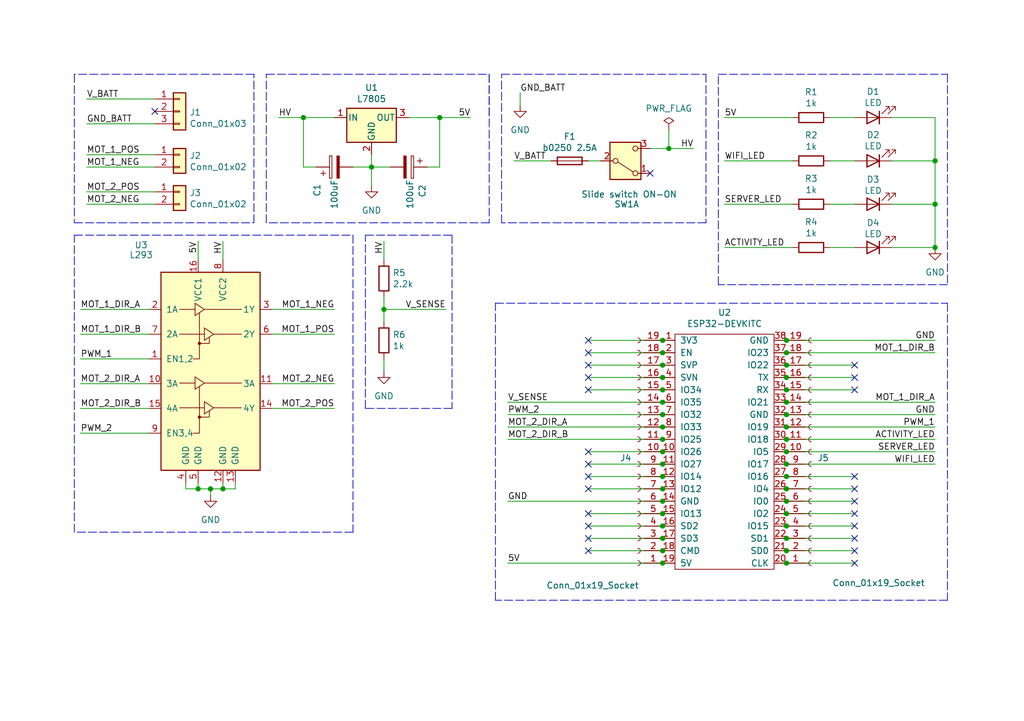
<source format=kicad_sch>
(kicad_sch (version 20250114) (generator "eeschema") (generator_version "9.0")
  (paper "A5")
  (title_block (title "Micro Invaders Driver Board") (rev "1.1.1"))
  (lib_symbols
    (symbol "Connector:Conn_01x19_Socket" (pin_names (offset 1.016) (hide yes))
      (property "Reference" "J" (at 0 25.4 0))
      (property "Value" "Conn_01x19_Socket" (at 0 -25.4 0))
      (symbol "Conn_01x19_Socket_1_1"
        (polyline (pts (xy -1.27 22.86) (xy -0.508 22.86)) (stroke (width 0.1524)))
        (polyline (pts (xy -1.27 20.32) (xy -0.508 20.32)) (stroke (width 0.1524)))
        (polyline (pts (xy -1.27 17.78) (xy -0.508 17.78)) (stroke (width 0.1524)))
        (polyline (pts (xy -1.27 15.24) (xy -0.508 15.24)) (stroke (width 0.1524)))
        (polyline (pts (xy -1.27 12.7) (xy -0.508 12.7)) (stroke (width 0.1524)))
        (polyline (pts (xy -1.27 10.16) (xy -0.508 10.16)) (stroke (width 0.1524)))
        (polyline (pts (xy -1.27 7.62) (xy -0.508 7.62)) (stroke (width 0.1524)))
        (polyline (pts (xy -1.27 5.08) (xy -0.508 5.08)) (stroke (width 0.1524)))
        (polyline (pts (xy -1.27 2.54) (xy -0.508 2.54)) (stroke (width 0.1524)))
        (polyline (pts (xy -1.27 0) (xy -0.508 0)) (stroke (width 0.1524)))
        (polyline (pts (xy -1.27 -2.54) (xy -0.508 -2.54)) (stroke (width 0.1524)))
        (polyline (pts (xy -1.27 -5.08) (xy -0.508 -5.08)) (stroke (width 0.1524)))
        (polyline (pts (xy -1.27 -7.62) (xy -0.508 -7.62)) (stroke (width 0.1524)))
        (polyline (pts (xy -1.27 -10.16) (xy -0.508 -10.16)) (stroke (width 0.1524)))
        (polyline (pts (xy -1.27 -12.7) (xy -0.508 -12.7)) (stroke (width 0.1524)))
        (polyline (pts (xy -1.27 -15.24) (xy -0.508 -15.24)) (stroke (width 0.1524)))
        (polyline (pts (xy -1.27 -17.78) (xy -0.508 -17.78)) (stroke (width 0.1524)))
        (polyline (pts (xy -1.27 -20.32) (xy -0.508 -20.32)) (stroke (width 0.1524)))
        (polyline (pts (xy -1.27 -22.86) (xy -0.508 -22.86)) (stroke (width 0.1524)))
        (arc (start 0 22.352) (mid -0.5058 22.86) (end 0 23.368) (stroke (width 0.1524)))
        (arc (start 0 19.812) (mid -0.5058 20.32) (end 0 20.828) (stroke (width 0.1524)))
        (arc (start 0 17.272) (mid -0.5058 17.78) (end 0 18.288) (stroke (width 0.1524)))
        (arc (start 0 14.732) (mid -0.5058 15.24) (end 0 15.748) (stroke (width 0.1524)))
        (arc (start 0 12.192) (mid -0.5058 12.7) (end 0 13.208) (stroke (width 0.1524)))
        (arc (start 0 9.652) (mid -0.5058 10.16) (end 0 10.668) (stroke (width 0.1524)))
        (arc (start 0 7.112) (mid -0.5058 7.62) (end 0 8.128) (stroke (width 0.1524)))
        (arc (start 0 4.572) (mid -0.5058 5.08) (end 0 5.588) (stroke (width 0.1524)))
        (arc (start 0 2.032) (mid -0.5058 2.54) (end 0 3.048) (stroke (width 0.1524)))
        (arc (start 0 -0.508) (mid -0.5058 0) (end 0 0.508) (stroke (width 0.1524)))
        (arc (start 0 -3.048) (mid -0.5058 -2.54) (end 0 -2.032) (stroke (width 0.1524)))
        (arc (start 0 -5.588) (mid -0.5058 -5.08) (end 0 -4.572) (stroke (width 0.1524)))
        (arc (start 0 -8.128) (mid -0.5058 -7.62) (end 0 -7.112) (stroke (width 0.1524)))
        (arc (start 0 -10.668) (mid -0.5058 -10.16) (end 0 -9.652) (stroke (width 0.1524)))
        (arc (start 0 -13.208) (mid -0.5058 -12.7) (end 0 -12.192) (stroke (width 0.1524)))
        (arc (start 0 -15.748) (mid -0.5058 -15.24) (end 0 -14.732) (stroke (width 0.1524)))
        (arc (start 0 -18.288) (mid -0.5058 -17.78) (end 0 -17.272) (stroke (width 0.1524)))
        (arc (start 0 -20.828) (mid -0.5058 -20.32) (end 0 -19.812) (stroke (width 0.1524)))
        (arc (start 0 -23.368) (mid -0.5058 -22.86) (end 0 -22.352) (stroke (width 0.1524)))
        (pin passive line (at -5.08 22.86 0) (length 3.81) (name "Pin_1") (number "1"))
        (pin passive line (at -5.08 20.32 0) (length 3.81) (name "Pin_2") (number "2"))
        (pin passive line (at -5.08 17.78 0) (length 3.81) (name "Pin_3") (number "3"))
        (pin passive line (at -5.08 15.24 0) (length 3.81) (name "Pin_4") (number "4"))
        (pin passive line (at -5.08 12.7 0) (length 3.81) (name "Pin_5") (number "5"))
        (pin passive line (at -5.08 10.16 0) (length 3.81) (name "Pin_6") (number "6"))
        (pin passive line (at -5.08 7.62 0) (length 3.81) (name "Pin_7") (number "7"))
        (pin passive line (at -5.08 5.08 0) (length 3.81) (name "Pin_8") (number "8"))
        (pin passive line (at -5.08 2.54 0) (length 3.81) (name "Pin_9") (number "9"))
        (pin passive line (at -5.08 0 0) (length 3.81) (name "Pin_10") (number "10"))
        (pin passive line (at -5.08 -2.54 0) (length 3.81) (name "Pin_11") (number "11"))
        (pin passive line (at -5.08 -5.08 0) (length 3.81) (name "Pin_12") (number "12"))
        (pin passive line (at -5.08 -7.62 0) (length 3.81) (name "Pin_13") (number "13"))
        (pin passive line (at -5.08 -10.16 0) (length 3.81) (name "Pin_14") (number "14"))
        (pin passive line (at -5.08 -12.7 0) (length 3.81) (name "Pin_15") (number "15"))
        (pin passive line (at -5.08 -15.24 0) (length 3.81) (name "Pin_16") (number "16"))
        (pin passive line (at -5.08 -17.78 0) (length 3.81) (name "Pin_17") (number "17"))
        (pin passive line (at -5.08 -20.32 0) (length 3.81) (name "Pin_18") (number "18"))
        (pin passive line (at -5.08 -22.86 0) (length 3.81) (name "Pin_19") (number "19"))
      )
    )
    (symbol "Connector_Generic:Conn_01x02" (pin_names (offset 1.016) (hide yes))
      (property "Reference" "J" (at 0 2.54 0))
      (property "Value" "Conn_01x02" (at 0 -5.08 0))
      (symbol "Conn_01x02_1_1"
        (rectangle (start -1.27 1.27) (end 1.27 -3.81) (stroke (width 0.254)) (fill (type background)))
        (rectangle (start -1.27 0.127) (end 0 -0.127) (stroke (width 0.1524)))
        (rectangle (start -1.27 -2.413) (end 0 -2.667) (stroke (width 0.1524)))
        (pin passive line (at -5.08 0 0) (length 3.81) (name "Pin_1") (number "1"))
        (pin passive line (at -5.08 -2.54 0) (length 3.81) (name "Pin_2") (number "2"))
      )
    )
    (symbol "Connector_Generic:Conn_01x03" (pin_names (offset 1.016) (hide yes))
      (property "Reference" "J" (at 0 5.08 0))
      (property "Value" "Conn_01x03" (at 0 -5.08 0))
      (symbol "Conn_01x03_1_1"
        (rectangle (start -1.27 3.81) (end 1.27 -3.81) (stroke (width 0.254)) (fill (type background)))
        (rectangle (start -1.27 2.667) (end 0 2.413) (stroke (width 0.1524)))
        (rectangle (start -1.27 0.127) (end 0 -0.127) (stroke (width 0.1524)))
        (rectangle (start -1.27 -2.413) (end 0 -2.667) (stroke (width 0.1524)))
        (pin passive line (at -5.08 2.54 0) (length 3.81) (name "Pin_1") (number "1"))
        (pin passive line (at -5.08 0 0) (length 3.81) (name "Pin_2") (number "2"))
        (pin passive line (at -5.08 -2.54 0) (length 3.81) (name "Pin_3") (number "3"))
      )
    )
    (symbol "Device:Fuse" (pin_numbers (hide yes)) (pin_names (offset 0))
      (property "Reference" "F" (at 2.032 0 90))
      (property "Value" "Fuse" (at -1.905 0 90))
      (symbol "Fuse_0_1"
        (rectangle (start -0.762 -2.54) (end 0.762 2.54) (stroke (width 0.254)))
        (polyline (pts (xy 0 2.54) (xy 0 -2.54)))
      )
      (symbol "Fuse_1_1"
        (pin passive line (at 0 3.81 270) (length 1.27) (name "~") (number "1"))
        (pin passive line (at 0 -3.81 90) (length 1.27) (name "~") (number "2"))
      )
    )
    (symbol "Device:LED" (pin_numbers (hide yes)) (pin_names (offset 1.016) (hide yes))
      (property "Reference" "D" (at 0 2.54 0))
      (property "Value" "LED" (at 0 -2.54 0))
      (symbol "LED_0_1"
        (polyline (pts (xy -3.048 -0.762) (xy -4.572 -2.286) (xy -3.81 -2.286) (xy -4.572 -2.286) (xy -4.572 -1.524)))
        (polyline (pts (xy -1.778 -0.762) (xy -3.302 -2.286) (xy -2.54 -2.286) (xy -3.302 -2.286) (xy -3.302 -1.524)))
        (polyline (pts (xy -1.27 0) (xy 1.27 0)))
        (polyline (pts (xy -1.27 -1.27) (xy -1.27 1.27)) (stroke (width 0.254)))
        (polyline (pts (xy 1.27 -1.27) (xy 1.27 1.27) (xy -1.27 0) (xy 1.27 -1.27)) (stroke (width 0.254)))
      )
      (symbol "LED_1_1"
        (pin passive line (at -3.81 0 0) (length 2.54) (name "K") (number "1"))
        (pin passive line (at 3.81 0 180) (length 2.54) (name "A") (number "2"))
      )
    )
    (symbol "Device:R" (pin_numbers (hide yes)) (pin_names (offset 0))
      (property "Reference" "R" (at 2.032 0 90))
      (property "Value" "R" (at 0 0 90))
      (symbol "R_0_1"
        (rectangle (start -1.016 -2.54) (end 1.016 2.54) (stroke (width 0.254)))
      )
      (symbol "R_1_1"
        (pin passive line (at 0 3.81 270) (length 1.27) (name "~") (number "1"))
        (pin passive line (at 0 -3.81 90) (length 1.27) (name "~") (number "2"))
      )
    )
    (symbol "Regulator_Linear:L7805" (pin_names (offset 0.254))
      (property "Reference" "U" (at -3.81 3.175 0))
      (property "Value" "L7805" (at 0 3.175 0))
      (symbol "L7805_0_1"
        (rectangle (start -5.08 1.905) (end 5.08 -5.08) (stroke (width 0.254)) (fill (type background)))
      )
      (symbol "L7805_1_1"
        (pin power_in line (at -7.62 0 0) (length 2.54) (name "IN") (number "1"))
        (pin power_in line (at 0 -7.62 90) (length 2.54) (name "GND") (number "2"))
        (pin power_out line (at 7.62 0 180) (length 2.54) (name "OUT") (number "3"))
      )
    )
    (symbol "Switch:SW_DPDT_x2" (pin_names (offset 0) (hide yes))
      (property "Reference" "SW" (at 0 5.08 0))
      (property "Value" "SW_DPDT_x2" (at 0 -5.08 0))
      (symbol "SW_DPDT_x2_0_0"
        (circle (center -2.032 0) (radius 0.508))
        (circle (center 2.032 -2.54) (radius 0.508))
      )
      (symbol "SW_DPDT_x2_0_1"
        (rectangle (start -3.175 3.81) (end 3.175 -3.81) (stroke (width 0.254)) (fill (type background)))
        (polyline (pts (xy -1.524 0.254) (xy 1.5748 2.286)))
        (circle (center 2.032 2.54) (radius 0.508))
      )
      (symbol "SW_DPDT_x2_1_1"
        (pin passive line (at -5.08 0 0) (length 2.54) (name "B") (number "2"))
        (pin passive line (at 5.08 2.54 180) (length 2.54) (name "A") (number "1"))
        (pin passive line (at 5.08 -2.54 180) (length 2.54) (name "C") (number "3"))
      )
      (symbol "SW_DPDT_x2_2_1"
        (pin passive line (at -5.08 0 0) (length 2.54) (name "B") (number "5"))
        (pin passive line (at 5.08 2.54 180) (length 2.54) (name "A") (number "4"))
        (pin passive line (at 5.08 -2.54 180) (length 2.54) (name "C") (number "6"))
      )
    )
    (symbol "mainboard-rescue:CP-Device" (pin_numbers (hide yes)) (pin_names (offset 0.254))
      (property "Reference" "C" (at 0.635 2.54 0))
      (property "Value" "Device:CP" (at 0.635 -2.54 0))
      (symbol "CP-Device_0_1"
        (rectangle (start -2.286 0.508) (end -2.286 1.016))
        (rectangle (start -2.286 0.508) (end 2.286 0.508))
        (polyline (pts (xy -1.778 2.286) (xy -0.762 2.286)))
        (polyline (pts (xy -1.27 2.794) (xy -1.27 1.778)))
        (rectangle (start 2.286 1.016) (end -2.286 1.016))
        (rectangle (start 2.286 1.016) (end 2.286 0.508))
        (rectangle (start 2.286 -0.508) (end -2.286 -1.016) (fill (type outline)))
      )
      (symbol "CP-Device_1_1"
        (pin passive line (at 0 3.81 270) (length 2.794) (name "~") (number "1"))
        (pin passive line (at 0 -3.81 90) (length 2.794) (name "~") (number "2"))
      )
    )
    (symbol "mainboard-rescue:ESP32-DEVKITC-bluerSaab" (pin_names (offset 1.016))
      (property "Reference" "U" (at 0 22.86 0))
      (property "Value" "bluerSaab:ESP32-DEVKITC" (at 0 -27.94 0))
      (symbol "ESP32-DEVKITC-bluerSaab_0_1"
        (rectangle (start -10.16 21.59) (end 10.16 -26.67))
      )
      (symbol "ESP32-DEVKITC-bluerSaab_1_1"
        (pin power_in line (at -12.7 20.32 0) (length 2.54) (name "3V3") (number "1"))
        (pin bidirectional line (at -12.7 17.78 0) (length 2.54) (name "EN") (number "2"))
        (pin bidirectional line (at -12.7 15.24 0) (length 2.54) (name "SVP") (number "3"))
        (pin bidirectional line (at -12.7 12.7 0) (length 2.54) (name "SVN") (number "4"))
        (pin bidirectional line (at -12.7 10.16 0) (length 2.54) (name "IO34") (number "5"))
        (pin bidirectional line (at -12.7 7.62 0) (length 2.54) (name "IO35") (number "6"))
        (pin bidirectional line (at -12.7 5.08 0) (length 2.54) (name "IO32") (number "7"))
        (pin bidirectional line (at -12.7 2.54 0) (length 2.54) (name "IO33") (number "8"))
        (pin bidirectional line (at -12.7 0 0) (length 2.54) (name "IO25") (number "9"))
        (pin bidirectional line (at -12.7 -2.54 0) (length 2.54) (name "IO26") (number "10"))
        (pin bidirectional line (at -12.7 -5.08 0) (length 2.54) (name "IO27") (number "11"))
        (pin bidirectional line (at -12.7 -7.62 0) (length 2.54) (name "IO14") (number "12"))
        (pin bidirectional line (at -12.7 -10.16 0) (length 2.54) (name "IO12") (number "13"))
        (pin power_in line (at -12.7 -12.7 0) (length 2.54) (name "GND") (number "14"))
        (pin bidirectional line (at -12.7 -15.24 0) (length 2.54) (name "IO13") (number "15"))
        (pin bidirectional line (at -12.7 -17.78 0) (length 2.54) (name "SD2") (number "16"))
        (pin bidirectional line (at -12.7 -20.32 0) (length 2.54) (name "SD3") (number "17"))
        (pin bidirectional line (at -12.7 -22.86 0) (length 2.54) (name "CMD") (number "18"))
        (pin power_in line (at -12.7 -25.4 0) (length 2.54) (name "5V") (number "19"))
        (pin power_in line (at 12.7 20.32 180) (length 2.54) (name "GND") (number "38"))
        (pin bidirectional line (at 12.7 17.78 180) (length 2.54) (name "IO23") (number "37"))
        (pin bidirectional line (at 12.7 15.24 180) (length 2.54) (name "IO22") (number "36"))
        (pin bidirectional line (at 12.7 12.7 180) (length 2.54) (name "TX") (number "35"))
        (pin bidirectional line (at 12.7 10.16 180) (length 2.54) (name "RX") (number "34"))
        (pin bidirectional line (at 12.7 7.62 180) (length 2.54) (name "IO21") (number "33"))
        (pin bidirectional line (at 12.7 5.08 180) (length 2.54) (name "GND") (number "32"))
        (pin bidirectional line (at 12.7 2.54 180) (length 2.54) (name "IO19") (number "31"))
        (pin bidirectional line (at 12.7 0 180) (length 2.54) (name "IO18") (number "30"))
        (pin bidirectional line (at 12.7 -2.54 180) (length 2.54) (name "IO5") (number "29"))
        (pin bidirectional line (at 12.7 -5.08 180) (length 2.54) (name "IO17") (number "28"))
        (pin bidirectional line (at 12.7 -7.62 180) (length 2.54) (name "IO16") (number "27"))
        (pin bidirectional line (at 12.7 -10.16 180) (length 2.54) (name "IO4") (number "26"))
        (pin bidirectional line (at 12.7 -12.7 180) (length 2.54) (name "IO0") (number "25"))
        (pin bidirectional line (at 12.7 -15.24 180) (length 2.54) (name "IO2") (number "24"))
        (pin bidirectional line (at 12.7 -17.78 180) (length 2.54) (name "IO15") (number "23"))
        (pin bidirectional line (at 12.7 -20.32 180) (length 2.54) (name "SD1") (number "22"))
        (pin bidirectional line (at 12.7 -22.86 180) (length 2.54) (name "SD0") (number "21"))
        (pin bidirectional line (at 12.7 -25.4 180) (length 2.54) (name "CLK") (number "20"))
      )
    )
    (symbol "mainboard-rescue:L293-Driver_Motor" (pin_names (offset 1.016))
      (property "Reference" "U" (at -5.08 26.035 0))
      (property "Value" "Driver_Motor:L293" (at -5.08 24.13 0))
      (symbol "L293-Driver_Motor_0_1"
        (rectangle (start -10.16 22.86) (end 10.16 -17.78) (stroke (width 0.254)) (fill (type background)))
        (polyline (pts (xy -6.35 15.24) (xy -3.175 15.24)))
        (polyline (pts (xy -6.35 10.16) (xy -1.27 10.16)))
        (polyline (pts (xy -6.35 0.127) (xy -3.175 0.127)))
        (polyline (pts (xy -6.35 -4.953) (xy -1.27 -4.953)))
        (polyline (pts (xy -3.175 16.51) (xy -3.175 13.97) (xy -1.27 15.24) (xy -3.175 16.51)))
        (polyline (pts (xy -3.175 1.397) (xy -3.175 -1.143) (xy -1.27 0.127) (xy -3.175 1.397)))
        (polyline (pts (xy -2.286 14.478) (xy -2.286 5.08) (xy -3.556 5.08)))
        (circle (center -2.286 8.255) (radius 0.254) (fill (type outline)))
        (polyline (pts (xy -2.286 8.255) (xy -0.254 8.255) (xy -0.254 9.525)))
        (polyline (pts (xy -2.286 -0.635) (xy -2.286 -10.16) (xy -3.556 -10.16)))
        (circle (center -2.286 -6.858) (radius 0.254) (fill (type outline)))
        (polyline (pts (xy -2.286 -6.858) (xy -0.254 -6.858) (xy -0.254 -5.588)))
        (polyline (pts (xy -1.27 15.24) (xy 6.35 15.24)))
        (polyline (pts (xy -1.27 11.43) (xy -1.27 8.89) (xy 0.635 10.16) (xy -1.27 11.43)))
        (polyline (pts (xy -1.27 0.127) (xy 6.35 0.127)))
        (polyline (pts (xy -1.27 -3.683) (xy -1.27 -6.223) (xy 0.635 -4.953) (xy -1.27 -3.683)))
        (polyline (pts (xy 0.635 10.16) (xy 6.35 10.16)))
        (polyline (pts (xy 0.635 -4.953) (xy 6.35 -4.953)))
      )
      (symbol "L293-Driver_Motor_1_1"
        (pin input line (at -12.7 15.24 0) (length 2.54) (name "1A") (number "2"))
        (pin input line (at -12.7 10.16 0) (length 2.54) (name "2A") (number "7"))
        (pin input line (at -12.7 5.08 0) (length 2.54) (name "EN1,2") (number "1"))
        (pin input line (at -12.7 0 0) (length 2.54) (name "3A") (number "10"))
        (pin input line (at -12.7 -5.08 0) (length 2.54) (name "4A") (number "15"))
        (pin input line (at -12.7 -10.16 0) (length 2.54) (name "EN3,4") (number "9"))
        (pin power_in line (at -5.08 -20.32 90) (length 2.54) (name "GND") (number "4"))
        (pin power_in line (at -2.54 25.4 270) (length 2.54) (name "VCC1") (number "16"))
        (pin power_in line (at -2.54 -20.32 90) (length 2.54) (name "GND") (number "5"))
        (pin power_in line (at 2.54 25.4 270) (length 2.54) (name "VCC2") (number "8"))
        (pin power_in line (at 2.54 -20.32 90) (length 2.54) (name "GND") (number "12"))
        (pin power_in line (at 5.08 -20.32 90) (length 2.54) (name "GND") (number "13"))
        (pin output line (at 12.7 15.24 180) (length 2.54) (name "1Y") (number "3"))
        (pin output line (at 12.7 10.16 180) (length 2.54) (name "2Y") (number "6"))
        (pin output line (at 12.7 0 180) (length 2.54) (name "3A") (number "11"))
        (pin output line (at 12.7 -5.08 180) (length 2.54) (name "4Y") (number "14"))
      )
    )
    (symbol "mainboard-rescue:PWR_FLAG-power" (power) (pin_numbers (hide yes)) (pin_names (offset 0) (hide yes))
      (property "Value" "power:PWR_FLAG" (at 0 3.81 0))
      (symbol "PWR_FLAG-power_0_0"
        (pin power_out line (at 0 0 90) (length 0) (name "pwr") (number "1"))
      )
      (symbol "PWR_FLAG-power_0_1"
        (polyline (pts (xy 0 0) (xy 0 1.27) (xy -1.016 1.905) (xy 0 2.54) (xy 1.016 1.905) (xy 0 1.27)))
      )
    )
    (symbol "power:GND" (power) (pin_numbers (hide yes)) (pin_names (offset 0) (hide yes))
      (property "Value" "GND" (at 0 -3.81 0))
      (symbol "GND_0_1"
        (polyline (pts (xy 0 0) (xy 0 -1.27) (xy 1.27 -1.27) (xy 0 -2.54) (xy -1.27 -1.27) (xy 0 -1.27)))
      )
      (symbol "GND_1_1"
        (pin power_in line (at 0 0 270) (length 0) (name "~") (number "1"))
      )
    )
  )
  (junction (at 191.77 33.02))
  (junction (at 62.23 24.13))
  (junction (at 161.29 113.03))
  (junction (at 161.29 97.79))
  (junction (at 161.29 102.87))
  (junction (at 135.89 95.25))
  (junction (at 76.2 34.29))
  (junction (at 135.89 113.03))
  (junction (at 161.29 85.09))
  (junction (at 161.29 77.47))
  (junction (at 137.16 30.48))
  (junction (at 161.29 87.63))
  (junction (at 135.89 105.41))
  (junction (at 161.29 72.39))
  (junction (at 161.29 110.49))
  (junction (at 191.77 50.8))
  (junction (at 135.89 107.95))
  (junction (at 161.29 107.95))
  (junction (at 161.29 92.71))
  (junction (at 78.74 63.5))
  (junction (at 161.29 74.93))
  (junction (at 135.89 97.79))
  (junction (at 135.89 92.71))
  (junction (at 161.29 95.25))
  (junction (at 135.89 110.49))
  (junction (at 161.29 69.85))
  (junction (at 135.89 100.33))
  (junction (at 135.89 90.17))
  (junction (at 90.17 24.13))
  (junction (at 135.89 82.55))
  (junction (at 40.64 100.33))
  (junction (at 161.29 105.41))
  (junction (at 135.89 77.47))
  (junction (at 45.72 100.33))
  (junction (at 161.29 82.55))
  (junction (at 161.29 80.01))
  (junction (at 161.29 100.33))
  (junction (at 135.89 85.09))
  (junction (at 135.89 69.85))
  (junction (at 135.89 74.93))
  (junction (at 161.29 115.57))
  (junction (at 135.89 102.87))
  (junction (at 161.29 90.17))
  (junction (at 191.77 41.91))
  (junction (at 135.89 80.01))
  (junction (at 135.89 72.39))
  (junction (at 43.18 100.33))
  (junction (at 135.89 87.63))
  (junction (at 135.89 115.57))
  (no_connect (at 175.26 105.41))
  (no_connect (at 120.65 72.39))
  (no_connect (at 120.65 107.95))
  (no_connect (at 175.26 100.33))
  (no_connect (at 175.26 102.87))
  (no_connect (at 31.75 22.86))
  (no_connect (at 120.65 95.25))
  (no_connect (at 120.65 74.93))
  (no_connect (at 120.65 69.85))
  (no_connect (at 175.26 115.57))
  (no_connect (at 120.65 113.03))
  (no_connect (at 175.26 77.47))
  (no_connect (at 120.65 80.01))
  (no_connect (at 120.65 92.71))
  (no_connect (at 175.26 80.01))
  (no_connect (at 120.65 77.47))
  (no_connect (at 133.35 35.56))
  (no_connect (at 120.65 97.79))
  (no_connect (at 175.26 107.95))
  (no_connect (at 120.65 110.49))
  (no_connect (at 175.26 97.79))
  (no_connect (at 120.65 100.33))
  (no_connect (at 175.26 113.03))
  (no_connect (at 120.65 105.41))
  (no_connect (at 175.26 74.93))
  (no_connect (at 175.26 110.49))
  (polyline (pts (xy 15.24 45.72) (xy 52.07 45.72)) (stroke (width 0) (type dash)))
  (wire (pts (xy 170.18 41.91) (xy 175.26 41.91)))
  (wire (pts (xy 87.63 34.29) (xy 90.17 34.29)))
  (wire (pts (xy 175.26 33.02) (xy 170.18 33.02)))
  (wire (pts (xy 161.29 87.63) (xy 191.77 87.63)))
  (polyline (pts (xy 144.78 15.24) (xy 144.78 45.72)) (stroke (width 0) (type dash)))
  (polyline (pts (xy 147.32 58.42) (xy 147.32 15.24)) (stroke (width 0) (type dash)))
  (wire (pts (xy 148.59 24.13) (xy 162.56 24.13)))
  (wire (pts (xy 43.18 101.6) (xy 43.18 100.33)))
  (wire (pts (xy 48.26 100.33) (xy 48.26 99.06)))
  (wire (pts (xy 161.29 107.95) (xy 175.26 107.95)))
  (wire (pts (xy 161.29 74.93) (xy 175.26 74.93)))
  (wire (pts (xy 17.78 31.75) (xy 31.75 31.75)))
  (wire (pts (xy 78.74 63.5) (xy 91.44 63.5)))
  (wire (pts (xy 120.65 72.39) (xy 135.89 72.39)))
  (wire (pts (xy 31.75 34.29) (xy 17.78 34.29)))
  (wire (pts (xy 161.29 69.85) (xy 191.77 69.85)))
  (wire (pts (xy 182.88 41.91) (xy 191.77 41.91)))
  (wire (pts (xy 16.51 73.66) (xy 30.48 73.66)))
  (polyline (pts (xy 194.31 62.23) (xy 194.31 123.19)) (stroke (width 0) (type dash)))
  (wire (pts (xy 76.2 31.75) (xy 76.2 34.29)))
  (wire (pts (xy 120.65 113.03) (xy 135.89 113.03)))
  (polyline (pts (xy 102.87 15.24) (xy 144.78 15.24)) (stroke (width 0) (type dash)))
  (wire (pts (xy 120.65 110.49) (xy 135.89 110.49)))
  (wire (pts (xy 120.65 77.47) (xy 135.89 77.47)))
  (polyline (pts (xy 52.07 15.24) (xy 15.24 15.24)) (stroke (width 0) (type dash)))
  (wire (pts (xy 30.48 88.9) (xy 16.51 88.9)))
  (wire (pts (xy 45.72 99.06) (xy 45.72 100.33)))
  (wire (pts (xy 45.72 100.33) (xy 48.26 100.33)))
  (wire (pts (xy 148.59 41.91) (xy 162.56 41.91)))
  (wire (pts (xy 120.65 74.93) (xy 135.89 74.93)))
  (wire (pts (xy 161.29 115.57) (xy 175.26 115.57)))
  (wire (pts (xy 76.2 34.29) (xy 76.2 38.1)))
  (polyline (pts (xy 101.6 62.23) (xy 194.31 62.23)) (stroke (width 0) (type dash)))
  (wire (pts (xy 90.17 34.29) (xy 90.17 24.13)))
  (polyline (pts (xy 72.39 109.22) (xy 15.24 109.22)) (stroke (width 0) (type dash)))
  (wire (pts (xy 120.65 69.85) (xy 135.89 69.85)))
  (wire (pts (xy 161.29 113.03) (xy 175.26 113.03)))
  (wire (pts (xy 120.65 80.01) (xy 135.89 80.01)))
  (polyline (pts (xy 92.71 83.82) (xy 74.93 83.82)) (stroke (width 0) (type dash)))
  (wire (pts (xy 161.29 90.17) (xy 191.77 90.17)))
  (wire (pts (xy 78.74 60.96) (xy 78.74 63.5)))
  (wire (pts (xy 16.51 63.5) (xy 30.48 63.5)))
  (wire (pts (xy 104.14 115.57) (xy 135.89 115.57)))
  (wire (pts (xy 76.2 34.29) (xy 80.01 34.29)))
  (wire (pts (xy 104.14 85.09) (xy 135.89 85.09)))
  (wire (pts (xy 120.65 100.33) (xy 135.89 100.33)))
  (wire (pts (xy 161.29 77.47) (xy 175.26 77.47)))
  (wire (pts (xy 104.14 87.63) (xy 135.89 87.63)))
  (wire (pts (xy 191.77 33.02) (xy 191.77 41.91)))
  (wire (pts (xy 120.65 95.25) (xy 135.89 95.25)))
  (wire (pts (xy 55.88 63.5) (xy 68.58 63.5)))
  (wire (pts (xy 120.65 97.79) (xy 135.89 97.79)))
  (wire (pts (xy 120.65 105.41) (xy 135.89 105.41)))
  (polyline (pts (xy 54.61 15.24) (xy 100.33 15.24)) (stroke (width 0) (type dash)))
  (wire (pts (xy 191.77 41.91) (xy 191.77 50.8)))
  (wire (pts (xy 161.29 85.09) (xy 191.77 85.09)))
  (wire (pts (xy 191.77 24.13) (xy 191.77 33.02)))
  (polyline (pts (xy 15.24 109.22) (xy 15.24 48.26)) (stroke (width 0) (type dash)))
  (polyline (pts (xy 74.93 48.26) (xy 92.71 48.26)) (stroke (width 0) (type dash)))
  (wire (pts (xy 57.15 24.13) (xy 62.23 24.13)))
  (wire (pts (xy 40.64 49.53) (xy 40.64 53.34)))
  (polyline (pts (xy 100.33 15.24) (xy 100.33 45.72)) (stroke (width 0) (type dash)))
  (polyline (pts (xy 194.31 58.42) (xy 147.32 58.42)) (stroke (width 0) (type dash)))
  (wire (pts (xy 182.88 24.13) (xy 191.77 24.13)))
  (wire (pts (xy 78.74 63.5) (xy 78.74 66.04)))
  (wire (pts (xy 162.56 50.8) (xy 148.59 50.8)))
  (wire (pts (xy 38.1 100.33) (xy 40.64 100.33)))
  (wire (pts (xy 104.14 90.17) (xy 135.89 90.17)))
  (wire (pts (xy 90.17 24.13) (xy 96.52 24.13)))
  (polyline (pts (xy 102.87 45.72) (xy 102.87 15.24)) (stroke (width 0) (type dash)))
  (wire (pts (xy 105.41 33.02) (xy 113.03 33.02)))
  (wire (pts (xy 55.88 78.74) (xy 68.58 78.74)))
  (polyline (pts (xy 100.33 15.24) (xy 100.33 24.13)) (stroke (width 0) (type dash)))
  (wire (pts (xy 90.17 24.13) (xy 83.82 24.13)))
  (wire (pts (xy 161.29 95.25) (xy 191.77 95.25)))
  (polyline (pts (xy 92.71 48.26) (xy 92.71 83.82)) (stroke (width 0) (type dash)))
  (wire (pts (xy 40.64 100.33) (xy 43.18 100.33)))
  (wire (pts (xy 30.48 68.58) (xy 16.51 68.58)))
  (wire (pts (xy 62.23 34.29) (xy 64.77 34.29)))
  (polyline (pts (xy 74.93 83.82) (xy 74.93 48.26)) (stroke (width 0) (type dash)))
  (polyline (pts (xy 52.07 45.72) (xy 52.07 15.24)) (stroke (width 0) (type dash)))
  (wire (pts (xy 120.65 92.71) (xy 135.89 92.71)))
  (wire (pts (xy 104.14 82.55) (xy 135.89 82.55)))
  (wire (pts (xy 68.58 24.13) (xy 62.23 24.13)))
  (wire (pts (xy 133.35 30.48) (xy 137.16 30.48)))
  (polyline (pts (xy 15.24 15.24) (xy 15.24 45.72)) (stroke (width 0) (type dash)))
  (wire (pts (xy 170.18 24.13) (xy 175.26 24.13)))
  (wire (pts (xy 31.75 25.4) (xy 17.78 25.4)))
  (wire (pts (xy 55.88 83.82) (xy 68.58 83.82)))
  (wire (pts (xy 161.29 100.33) (xy 175.26 100.33)))
  (polyline (pts (xy 144.78 45.72) (xy 102.87 45.72)) (stroke (width 0) (type dash)))
  (wire (pts (xy 137.16 30.48) (xy 142.24 30.48)))
  (polyline (pts (xy 101.6 123.19) (xy 101.6 62.23)) (stroke (width 0) (type dash)))
  (wire (pts (xy 161.29 102.87) (xy 175.26 102.87)))
  (wire (pts (xy 161.29 105.41) (xy 175.26 105.41)))
  (wire (pts (xy 162.56 33.02) (xy 148.59 33.02)))
  (wire (pts (xy 31.75 41.91) (xy 17.78 41.91)))
  (wire (pts (xy 43.18 100.33) (xy 45.72 100.33)))
  (wire (pts (xy 104.14 102.87) (xy 135.89 102.87)))
  (polyline (pts (xy 194.31 15.24) (xy 194.31 58.42)) (stroke (width 0) (type dash)))
  (wire (pts (xy 45.72 49.53) (xy 45.72 53.34)))
  (wire (pts (xy 17.78 20.32) (xy 31.75 20.32)))
  (wire (pts (xy 106.68 21.59) (xy 106.68 19.05)))
  (wire (pts (xy 120.65 33.02) (xy 123.19 33.02)))
  (polyline (pts (xy 54.61 45.72) (xy 54.61 15.24)) (stroke (width 0) (type dash)))
  (wire (pts (xy 17.78 39.37) (xy 31.75 39.37)))
  (wire (pts (xy 175.26 50.8) (xy 170.18 50.8)))
  (wire (pts (xy 30.48 78.74) (xy 16.51 78.74)))
  (polyline (pts (xy 72.39 48.26) (xy 72.39 109.22)) (stroke (width 0) (type dash)))
  (polyline (pts (xy 15.24 48.26) (xy 72.39 48.26)) (stroke (width 0) (type dash)))
  (wire (pts (xy 161.29 82.55) (xy 191.77 82.55)))
  (wire (pts (xy 78.74 73.66) (xy 78.74 76.2)))
  (wire (pts (xy 16.51 83.82) (xy 30.48 83.82)))
  (wire (pts (xy 55.88 68.58) (xy 68.58 68.58)))
  (wire (pts (xy 62.23 34.29) (xy 62.23 24.13)))
  (wire (pts (xy 161.29 92.71) (xy 191.77 92.71)))
  (wire (pts (xy 182.88 33.02) (xy 191.77 33.02)))
  (polyline (pts (xy 147.32 15.24) (xy 194.31 15.24)) (stroke (width 0) (type dash)))
  (wire (pts (xy 161.29 110.49) (xy 175.26 110.49)))
  (wire (pts (xy 40.64 99.06) (xy 40.64 100.33)))
  (wire (pts (xy 161.29 97.79) (xy 175.26 97.79)))
  (wire (pts (xy 72.39 34.29) (xy 76.2 34.29)))
  (wire (pts (xy 161.29 72.39) (xy 191.77 72.39)))
  (polyline (pts (xy 194.31 123.19) (xy 101.6 123.19)) (stroke (width 0) (type dash)))
  (wire (pts (xy 161.29 80.01) (xy 175.26 80.01)))
  (polyline (pts (xy 100.33 45.72) (xy 54.61 45.72)) (stroke (width 0) (type dash)))
  (wire (pts (xy 78.74 53.34) (xy 78.74 49.53)))
  (wire (pts (xy 182.88 50.8) (xy 191.77 50.8)))
  (wire (pts (xy 137.16 26.67) (xy 137.16 30.48)))
  (wire (pts (xy 38.1 99.06) (xy 38.1 100.33)))
  (wire (pts (xy 120.65 107.95) (xy 135.89 107.95)))
  (label "PWM_2" (at 104.14 85.09 0))
  (label "HV" (at 57.15 24.13 0))
  (label "GND" (at 104.14 102.87 0))
  (label "MOT_2_NEG" (at 17.78 41.91 0))
  (label "MOT_2_DIR_B" (at 16.51 83.82 0))
  (label "MOT_1_DIR_A" (at 191.77 82.55 180))
  (label "MOT_1_DIR_A" (at 16.51 63.5 0))
  (label "GND" (at 191.77 69.85 180))
  (label "PWM_2" (at 16.51 88.9 0))
  (label "GND_BATT" (at 17.78 25.4 0))
  (label "MOT_2_NEG" (at 68.58 78.74 180))
  (label "MOT_2_DIR_A" (at 16.51 78.74 0))
  (label "V_BATT" (at 105.41 33.02 0))
  (label "V_SENSE" (at 104.14 82.55 0))
  (label "SERVER_LED" (at 191.77 92.71 180))
  (label "MOT_2_POS" (at 17.78 39.37 0))
  (label "WIFI_LED" (at 148.59 33.02 0))
  (label "MOT_2_DIR_A" (at 104.14 87.63 0))
  (label "MOT_1_DIR_B" (at 16.51 68.58 0))
  (label "SERVER_LED" (at 148.59 41.91 0))
  (label "PWM_1" (at 16.51 73.66 0))
  (label "MOT_1_POS" (at 68.58 68.58 180))
  (label "ACTIVITY_LED" (at 191.77 90.17 180))
  (label "HV" (at 142.24 30.48 180))
  (label "V_SENSE" (at 91.44 63.5 180))
  (label "MOT_1_NEG" (at 17.78 34.29 0))
  (label "WIFI_LED" (at 191.77 95.25 180))
  (label "MOT_1_DIR_B" (at 191.77 72.39 180))
  (label "HV" (at 45.72 49.53 270))
  (label "HV" (at 78.74 49.53 270))
  (label "MOT_2_POS" (at 68.58 83.82 180))
  (label "MOT_1_POS" (at 17.78 31.75 0))
  (label "PWM_1" (at 191.77 87.63 180))
  (label "MOT_1_NEG" (at 68.58 63.5 180))
  (label "5V" (at 40.64 49.53 270))
  (label "5V" (at 148.59 24.13 0))
  (label "GND_BATT" (at 106.68 19.05 0))
  (label "5V" (at 104.14 115.57 0))
  (label "ACTIVITY_LED" (at 148.59 50.8 0))
  (label "5V" (at 96.52 24.13 180))
  (label "MOT_2_DIR_B" (at 104.14 90.17 0))
  (label "GND" (at 191.77 85.09 180))
  (label "V_BATT" (at 17.78 20.32 0))
  (symbol (lib_id "mainboard-rescue:ESP32-DEVKITC-bluerSaab") (at 148.59 90.17 0) (unit 1)
    (property "Reference" "U2" (at 148.59 64.135 0))
    (property "Value" "ESP32-DEVKITC" (at 148.59 66.4464 0))
    (property "Footprint" "mainboard:ESP32-DEVKITC" (effects (hide yes)))
  )
  (symbol (lib_id "mainboard-rescue:L293-Driver_Motor") (at 43.18 78.74 0) (unit 1)
    (property "Reference" "U3" (at 28.956 50.292 0))
    (property "Value" "L293" (at 28.956 52.324 0))
    (property "Footprint" "Package_DIP:DIP-16_W8.89mm_SMDSocket_LongPads" (effects (hide yes)))
    (property "Datasheet" "http://www.ti.com/lit/ds/symlink/l293.pdf" (effects (hide yes)))
  )
  (symbol (lib_id "Device:LED") (at 179.07 50.8 180) (unit 1)
    (property "Reference" "D4" (at 179.07 45.72 0))
    (property "Value" "LED" (at 179.07 48.006 0))
    (property "Footprint" "LED_SMD:LED_0805_2012Metric" (effects (hide yes)))
  )
  (symbol (lib_id "Device:LED") (at 179.07 41.91 180) (unit 1)
    (property "Reference" "D3" (at 179.07 36.83 0))
    (property "Value" "LED" (at 179.07 39.116 0))
    (property "Footprint" "LED_SMD:LED_0805_2012Metric" (effects (hide yes)))
  )
  (symbol (lib_id "Device:LED") (at 179.07 33.02 180) (unit 1)
    (property "Reference" "D2" (at 179.07 27.686 0))
    (property "Value" "LED" (at 179.07 29.972 0))
    (property "Footprint" "LED_SMD:LED_0805_2012Metric" (effects (hide yes)))
  )
  (symbol (lib_id "Device:LED") (at 179.07 24.13 180) (unit 1)
    (property "Reference" "D1" (at 179.07 18.796 0))
    (property "Value" "LED" (at 179.07 21.082 0))
    (property "Footprint" "LED_SMD:LED_0805_2012Metric" (effects (hide yes)))
  )
  (symbol (lib_id "Regulator_Linear:L7805") (at 76.2 24.13 0) (unit 1)
    (property "Reference" "U1" (at 76.2 17.9832 0))
    (property "Value" "L7805" (at 76.2 20.2946 0))
    (property "Footprint" "Package_TO_SOT_SMD:TO-263-2" (effects (hide yes)))
    (property "Datasheet" "http://www.st.com/content/ccc/resource/technical/document/datasheet/41/4f/b3/b0/12/d4/47/88/CD00000444.pdf/files/CD00000444.pdf/jcr:content/translations/en.CD00000444.pdf" (effects (hide yes)))
    (property "Description" "D2PAK" (effects (hide yes)))
  )
  (symbol (lib_id "mainboard-rescue:CP-Device") (at 68.58 34.29 90) (unit 1)
    (property "Reference" "C1" (at 65.024 40.386 0) (effects (justify left)))
    (property "Value" "100uF" (at 68.58 42.926 0) (effects (justify left)))
    (property "Footprint" "Capacitor_THT:CP_Radial_D6.3mm_P2.50mm" (effects (hide yes)))
    (property "Description" "25V" (effects (hide yes)))
  )
  (symbol (lib_id "mainboard-rescue:CP-Device") (at 83.82 34.29 270) (unit 1)
    (property "Reference" "C2" (at 86.614 37.846 0) (effects (justify left)))
    (property "Value" "100uF" (at 84.074 36.83 0) (effects (justify left)))
    (property "Footprint" "Capacitor_THT:CP_Radial_D6.3mm_P2.50mm" (effects (hide yes)))
    (property "Description" "25V" (effects (hide yes)))
  )
  (symbol (lib_id "Switch:SW_DPDT_x2") (at 128.27 33.02 0) (mirror x) (unit 1)
    (property "Reference" "SW1" (at 128.524 41.91 0))
    (property "Value" "Slide switch ON-ON" (at 129.032 39.878 0))
    (property "Footprint" "Button_Switch_THT:SW_CuK_OS102011MA1QN1_SPDT_Angled" (effects (hide yes)))
    (property "Description" "12 V 100mA" (effects (hide yes)))
  )
  (symbol (lib_id "Connector_Generic:Conn_01x03") (at 36.83 22.86 0) (unit 1)
    (property "Reference" "J1" (at 38.862 23.0632 0) (effects (justify left)))
    (property "Value" "Conn_01x03" (at 38.862 25.3746 0) (effects (justify left)))
    (property "Footprint" "Connector_JST:JST_XH_S03B-XH-A_1x03_P2.50mm_Horizontal" (effects (hide yes)))
    (property "Datasheet" "https://www.tme.eu/en/details/s3b-xh-a-1/raster-signal-connectors-2-50mm/jst/s3b-xh-a-1-lf-sn/" (effects (hide yes)))
  )
  (symbol (lib_id "Connector_Generic:Conn_01x02") (at 36.83 31.75 0) (unit 1)
    (property "Reference" "J2" (at 38.862 31.9532 0) (effects (justify left)))
    (property "Value" "Conn_01x02" (at 38.862 34.2646 0) (effects (justify left)))
    (property "Footprint" "Connector_JST:JST_PH_S2B-PH-SM4-TB_1x02-1MP_P2.00mm_Horizontal" (effects (hide yes)))
    (property "Datasheet" "https://www.tme.eu/en/details/s2b-xh-a-1/raster-signal-connectors-2-50mm/jst/s2b-xh-a-1-lf-sn/" (effects (hide yes)))
  )
  (symbol (lib_id "Connector_Generic:Conn_01x02") (at 36.83 39.37 0) (unit 1)
    (property "Reference" "J3" (at 38.862 39.5732 0) (effects (justify left)))
    (property "Value" "Conn_01x02" (at 38.862 41.8846 0) (effects (justify left)))
    (property "Footprint" "Connector_JST:JST_PH_S2B-PH-SM4-TB_1x02-1MP_P2.00mm_Horizontal" (effects (hide yes)))
    (property "Datasheet" "https://www.tme.eu/en/details/s2b-xh-a-1/raster-signal-connectors-2-50mm/jst/s2b-xh-a-1-lf-sn/" (effects (hide yes)))
  )
  (symbol (lib_id "Device:R") (at 166.37 24.13 90) (unit 1)
    (property "Reference" "R1" (at 166.37 18.8722 90))
    (property "Value" "1k" (at 166.37 21.1836 90))
    (property "Footprint" "Resistor_SMD:R_0805_2012Metric" (effects (hide yes)))
  )
  (symbol (lib_id "Device:R") (at 166.37 33.02 270) (unit 1)
    (property "Reference" "R2" (at 166.37 27.7622 90))
    (property "Value" "1k" (at 166.37 30.0736 90))
    (property "Footprint" "Resistor_SMD:R_0805_2012Metric" (effects (hide yes)))
  )
  (symbol (lib_id "Device:R") (at 166.37 41.91 270) (unit 1)
    (property "Reference" "R3" (at 166.37 36.6522 90))
    (property "Value" "1k" (at 166.37 38.9636 90))
    (property "Footprint" "Resistor_SMD:R_0805_2012Metric" (effects (hide yes)))
  )
  (symbol (lib_id "Device:R") (at 166.37 50.8 270) (unit 1)
    (property "Reference" "R4" (at 166.37 45.5422 90))
    (property "Value" "1k" (at 166.37 47.8536 90))
    (property "Footprint" "Resistor_SMD:R_0805_2012Metric" (effects (hide yes)))
  )
  (symbol (lib_id "Device:R") (at 78.74 57.15 0) (unit 1)
    (property "Reference" "R5" (at 80.518 55.9816 0) (effects (justify left)))
    (property "Value" "2.2k" (at 80.518 58.293 0) (effects (justify left)))
    (property "Footprint" "Resistor_SMD:R_0805_2012Metric" (effects (hide yes)))
  )
  (symbol (lib_id "Device:R") (at 78.74 69.85 0) (unit 1)
    (property "Reference" "R6" (at 80.518 68.6816 0) (effects (justify left)))
    (property "Value" "1k" (at 80.518 70.993 0) (effects (justify left)))
    (property "Footprint" "Resistor_SMD:R_0805_2012Metric" (effects (hide yes)))
  )
  (symbol (lib_id "mainboard-rescue:PWR_FLAG-power") (at 137.16 26.67 0) (unit 1)
    (property "Reference" "#FLG0101" (effects (hide yes)))
    (property "Value" "PWR_FLAG" (at 137.16 22.2504 0))
  )
  (symbol (lib_id "Device:Fuse") (at 116.84 33.02 270) (unit 1)
    (property "Reference" "F1" (at 116.84 28.0162 90))
    (property "Value" "b0250 2.5A" (at 116.84 30.3276 90))
    (property "Footprint" "Fuse:Fuse_2920_7451Metric" (effects (hide yes)))
  )
  (symbol (lib_id "power:GND") (at 106.68 21.59 0) (unit 1)
    (property "Reference" "#PWR03" (effects (hide yes)))
    (property "Value" "GND" (at 106.68 26.67 0))
    (property "Description" "Power symbol creates a global label with name \"GND\" , ground" (effects (hide yes)))
  )
  (symbol (lib_id "power:GND") (at 191.77 50.8 0) (unit 1)
    (property "Reference" "#PWR04" (effects (hide yes)))
    (property "Value" "GND" (at 191.77 55.88 0))
    (property "Description" "Power symbol creates a global label with name \"GND\" , ground" (effects (hide yes)))
  )
  (symbol (lib_id "power:GND") (at 76.2 38.1 0) (unit 1)
    (property "Reference" "#PWR05" (effects (hide yes)))
    (property "Value" "GND" (at 76.2 43.18 0))
    (property "Description" "Power symbol creates a global label with name \"GND\" , ground" (effects (hide yes)))
  )
  (symbol (lib_id "Connector:Conn_01x19_Socket") (at 130.81 92.71 180) (unit 1)
    (property "Reference" "J4" (at 129.54 93.9801 0) (effects (justify left)))
    (property "Value" "Conn_01x19_Socket" (at 131.064 120.142 0) (effects (justify left)))
    (property "Footprint" "Connector_PinSocket_2.54mm:PinSocket_1x19_P2.54mm_Vertical" (effects (hide yes)))
    (property "Description" "Generic connector, single row, 01x19, script generated" (effects (hide yes)))
  )
  (symbol (lib_id "power:GND") (at 43.18 101.6 0) (unit 1)
    (property "Reference" "#PWR02" (effects (hide yes)))
    (property "Value" "GND" (at 43.18 106.68 0))
    (property "Description" "Power symbol creates a global label with name \"GND\" , ground" (effects (hide yes)))
  )
  (symbol (lib_id "power:GND") (at 78.74 76.2 0) (unit 1)
    (property "Reference" "#PWR01" (effects (hide yes)))
    (property "Value" "GND" (at 78.74 81.28 0))
    (property "Description" "Power symbol creates a global label with name \"GND\" , ground" (effects (hide yes)))
  )
  (symbol (lib_id "Connector:Conn_01x19_Socket") (at 166.37 92.71 0) (mirror x) (unit 1)
    (property "Reference" "J5" (at 167.64 93.9801 0) (effects (justify left)))
    (property "Value" "Conn_01x19_Socket" (at 170.688 119.634 0) (effects (justify left)))
    (property "Footprint" "Connector_PinSocket_2.54mm:PinSocket_1x19_P2.54mm_Vertical" (effects (hide yes)))
    (property "Description" "Generic connector, single row, 01x19, script generated" (effects (hide yes)))
  )
)
</source>
